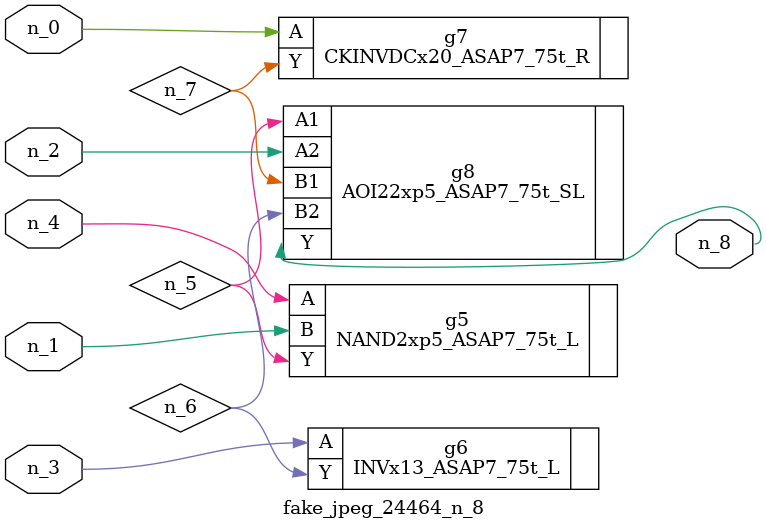
<source format=v>
module fake_jpeg_24464_n_8 (n_3, n_2, n_1, n_0, n_4, n_8);

input n_3;
input n_2;
input n_1;
input n_0;
input n_4;

output n_8;

wire n_6;
wire n_5;
wire n_7;

NAND2xp5_ASAP7_75t_L g5 ( 
.A(n_4),
.B(n_1),
.Y(n_5)
);

INVx13_ASAP7_75t_L g6 ( 
.A(n_3),
.Y(n_6)
);

CKINVDCx20_ASAP7_75t_R g7 ( 
.A(n_0),
.Y(n_7)
);

AOI22xp5_ASAP7_75t_SL g8 ( 
.A1(n_5),
.A2(n_2),
.B1(n_7),
.B2(n_6),
.Y(n_8)
);


endmodule
</source>
